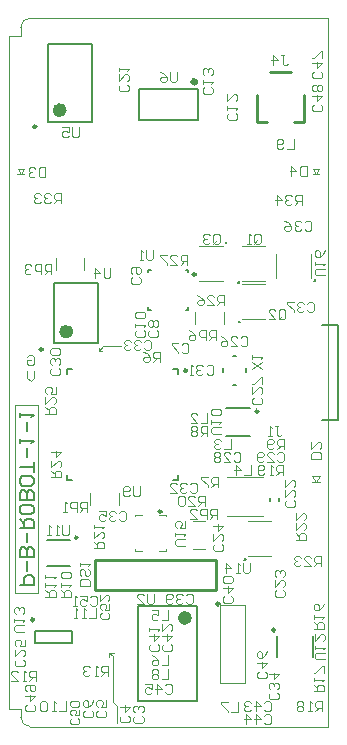
<source format=gbo>
G04*
G04 #@! TF.GenerationSoftware,Altium Limited,Altium Designer,20.2.6 (244)*
G04*
G04 Layer_Color=32896*
%FSLAX44Y44*%
%MOMM*%
G71*
G04*
G04 #@! TF.SameCoordinates,2E3406EB-8CA3-48A4-8E0D-F2ADFDB7BFFD*
G04*
G04*
G04 #@! TF.FilePolarity,Positive*
G04*
G01*
G75*
%ADD10C,0.5000*%
%ADD11C,0.2540*%
%ADD12C,0.2000*%
%ADD13C,0.1000*%
%ADD15C,0.1200*%
%ADD62C,0.6000*%
%ADD104C,0.2500*%
%ADD139C,0.2400*%
%ADD140C,0.1700*%
%ADD141C,0.1150*%
D10*
X158000Y546000D02*
G03*
X158000Y546000I-1000J0D01*
G01*
D11*
X195059Y342500D02*
G03*
X195059Y342500I-559J0D01*
G01*
X194559Y376000D02*
G03*
X194559Y376000I-559J0D01*
G01*
X184059Y409500D02*
G03*
X184059Y409500I-559J0D01*
G01*
X259059Y377500D02*
G03*
X259059Y377500I-559J0D01*
G01*
X211300Y267000D02*
G03*
X211300Y267000I-1300J0D01*
G01*
X225490Y81970D02*
G03*
X225490Y81970I-1270J0D01*
G01*
X58000Y160000D02*
G03*
X58000Y160000I-1000J0D01*
G01*
X200259Y141579D02*
G03*
X200259Y141579I-559J0D01*
G01*
X241500Y512000D02*
X250000D01*
X210000D02*
X218500D01*
X250000D02*
Y535000D01*
X221000Y554000D02*
X239000D01*
X210000Y512000D02*
Y535000D01*
X73200Y115300D02*
X175562D01*
Y140700D01*
X73200D02*
X175562D01*
X73200Y115300D02*
Y140700D01*
D12*
X150000Y353000D02*
X152000D01*
Y355000D01*
X118000Y353000D02*
X120000D01*
X118000D02*
Y355000D01*
Y385000D02*
Y387000D01*
X120000D01*
X150000D02*
X152000D01*
Y385000D02*
Y387000D01*
X109000Y22000D02*
X159000D01*
X109000Y102000D02*
X159000D01*
X109000Y22000D02*
Y102000D01*
X159000Y22000D02*
Y102000D01*
X38500Y375500D02*
X75500D01*
X38500Y324500D02*
X75500D01*
Y375500D01*
X38500Y324500D02*
Y375500D01*
X184000Y270000D02*
X204000D01*
X184000Y246000D02*
X204000D01*
X265500Y259750D02*
X278700D01*
X265500Y340250D02*
X278700D01*
Y259750D02*
Y340250D01*
X33000Y578000D02*
X70000D01*
X33000Y512000D02*
X70000D01*
Y578000D01*
X33000Y512000D02*
Y578000D01*
X110000Y540000D02*
X160000D01*
X110000Y514000D02*
Y540000D01*
Y514000D02*
X160000D01*
Y540000D01*
X22500Y71250D02*
X53500D01*
X22500Y81250D02*
X53500D01*
Y71250D02*
Y81250D01*
X22500Y71250D02*
Y81250D01*
X226760Y59110D02*
Y76890D01*
X257240Y59110D02*
Y76890D01*
X32000Y136000D02*
X52000D01*
X32000Y158000D02*
X52000D01*
X142900Y298750D02*
Y302900D01*
X138750D02*
X142900D01*
X49100D02*
X53250D01*
X49100Y298750D02*
Y302900D01*
Y209100D02*
Y213250D01*
Y209100D02*
X53250D01*
X142900D02*
Y213250D01*
X138750Y209100D02*
X142900D01*
X228750Y191000D02*
Y194000D01*
X221250Y191000D02*
Y194000D01*
X201000Y300000D02*
Y304000D01*
X190000Y314000D02*
X192000D01*
X181000Y300000D02*
Y304000D01*
X190000Y289500D02*
X192000D01*
D13*
X85000Y62500D02*
X88750D01*
X85000Y58750D02*
Y62500D01*
X88000Y59500D01*
Y21000D02*
Y59500D01*
Y21000D02*
X91500Y17500D01*
Y3250D02*
Y17500D01*
X5000Y113000D02*
Y272000D01*
X25000D01*
Y113000D02*
Y272000D01*
X5000Y113000D02*
X25000D01*
X200000Y37000D02*
Y103000D01*
X179000Y37000D02*
X200000D01*
X179000D02*
Y103000D01*
X200000D01*
X257500Y471750D02*
X262500D01*
X257375D02*
X260000Y468250D01*
X262625Y471750D01*
X257250Y468250D02*
X262750D01*
X7500Y471750D02*
X12500D01*
X7375D02*
X10000Y468250D01*
X12625Y471750D01*
X7250Y468250D02*
X12750D01*
X64000Y387000D02*
Y397000D01*
X40000Y387000D02*
Y397000D01*
X197000Y375000D02*
X217000D01*
X197000Y345000D02*
X217000D01*
X76000Y318000D02*
X79000D01*
X76000D02*
Y321000D01*
Y318000D02*
Y321000D01*
Y318000D02*
X80000Y322000D01*
X95000D01*
X197000Y407000D02*
X217000D01*
X197000Y377000D02*
X217000D01*
X161000D02*
X181000D01*
X161000Y407000D02*
X181000D01*
X182000Y341000D02*
Y351000D01*
X158000Y341000D02*
Y351000D01*
X226000Y380000D02*
Y400000D01*
X256000Y380000D02*
Y400000D01*
X69000Y188000D02*
Y198000D01*
X93000Y188000D02*
Y198000D01*
X127000Y179500D02*
X133000D01*
Y178000D02*
Y179500D01*
X107000Y148500D02*
Y150000D01*
Y148500D02*
X113000D01*
X127000D02*
X133000D01*
Y150000D01*
X107000Y178000D02*
Y179500D01*
X113000D01*
X256250Y207500D02*
X263750D01*
X256250Y212500D02*
X263750D01*
X260000Y207500D02*
X263750Y212500D01*
X256250D02*
X260000Y207500D01*
X184760Y178490D02*
X215240D01*
X184760Y211510D02*
X215240D01*
X202200Y144079D02*
X222200D01*
X202200Y174079D02*
X222200D01*
X156000Y150000D02*
X166000D01*
X156000Y174000D02*
X166000D01*
X10000Y8000D02*
G03*
X18000Y0I8000J0D01*
G01*
Y600000D02*
G03*
X10000Y592000I0J-8000D01*
G01*
Y8000D02*
Y15000D01*
X18000Y-0D02*
X270000Y0D01*
X10000Y585000D02*
Y592000D01*
X18000Y600000D02*
X270000D01*
X-0Y585000D02*
X-0Y15000D01*
X0Y585000D02*
X10000D01*
X0Y15000D02*
X10000D01*
X270000Y0D02*
Y330000D01*
Y600000D01*
D15*
X21250Y300747D02*
Y295082D01*
X18418Y292250D01*
X15585Y295082D01*
Y300747D01*
Y313081D02*
X17001Y314497D01*
X19834D01*
X21250Y313081D01*
Y307416D01*
X19834Y306000D01*
X17001D01*
X15585Y307416D01*
Y310249D01*
X18418D01*
X73500Y100247D02*
Y91750D01*
X67835D01*
X65003D02*
X62170D01*
X63587D01*
Y100247D01*
X65003Y98831D01*
X57922Y91750D02*
X55089D01*
X56505D01*
Y100247D01*
X57922Y98831D01*
X48000Y21497D02*
Y13000D01*
X42335D01*
X39503D02*
X36670D01*
X38087D01*
Y21497D01*
X39503Y20081D01*
X32422D02*
X31005Y21497D01*
X28173D01*
X26757Y20081D01*
Y14416D01*
X28173Y13000D01*
X31005D01*
X32422Y14416D01*
Y20081D01*
X68835Y109581D02*
X70251Y110997D01*
X73084D01*
X74500Y109581D01*
Y103916D01*
X73084Y102500D01*
X70251D01*
X68835Y103916D01*
X60338Y110997D02*
X66003D01*
Y106749D01*
X63170Y108165D01*
X61754D01*
X60338Y106749D01*
Y103916D01*
X61754Y102500D01*
X64587D01*
X66003Y103916D01*
X57505Y102500D02*
X54673D01*
X56089D01*
Y110997D01*
X57505Y109581D01*
X21081Y18665D02*
X22497Y17249D01*
Y14416D01*
X21081Y13000D01*
X15416D01*
X14000Y14416D01*
Y17249D01*
X15416Y18665D01*
X14000Y25746D02*
X22497D01*
X18249Y21497D01*
Y27162D01*
X15416Y29994D02*
X14000Y31411D01*
Y34243D01*
X15416Y35659D01*
X21081D01*
X22497Y34243D01*
Y31411D01*
X21081Y29994D01*
X19665D01*
X18249Y31411D01*
Y35659D01*
X241000Y497497D02*
Y489000D01*
X235335D01*
X232503Y490416D02*
X231087Y489000D01*
X228254D01*
X226838Y490416D01*
Y496081D01*
X228254Y497497D01*
X231087D01*
X232503Y496081D01*
Y494665D01*
X231087Y493249D01*
X226838D01*
X135000Y48497D02*
Y40000D01*
X129335D01*
X126503Y47081D02*
X125086Y48497D01*
X122254D01*
X120838Y47081D01*
Y45665D01*
X122254Y44249D01*
X120838Y42832D01*
Y41416D01*
X122254Y40000D01*
X125086D01*
X126503Y41416D01*
Y42832D01*
X125086Y44249D01*
X126503Y45665D01*
Y47081D01*
X125086Y44249D02*
X122254D01*
X194000Y20497D02*
Y12000D01*
X188335D01*
X185503Y20497D02*
X179838D01*
Y19081D01*
X185503Y13416D01*
Y12000D01*
X135000Y60497D02*
Y52000D01*
X129335D01*
X120838Y60497D02*
X123670Y59081D01*
X126503Y56249D01*
Y53416D01*
X125086Y52000D01*
X122254D01*
X120838Y53416D01*
Y54832D01*
X122254Y56249D01*
X126503D01*
X135000Y98497D02*
Y90000D01*
X129335D01*
X120838Y98497D02*
X126503D01*
Y94249D01*
X123670Y95665D01*
X122254D01*
X120838Y94249D01*
Y91416D01*
X122254Y90000D01*
X125086D01*
X126503Y91416D01*
X264081Y526665D02*
X265497Y525249D01*
Y522416D01*
X264081Y521000D01*
X258416D01*
X257000Y522416D01*
Y525249D01*
X258416Y526665D01*
X257000Y533746D02*
X265497D01*
X261249Y529497D01*
Y535162D01*
X264081Y537994D02*
X265497Y539411D01*
Y542243D01*
X264081Y543659D01*
X262665D01*
X261249Y542243D01*
X259832Y543659D01*
X258416D01*
X257000Y542243D01*
Y539411D01*
X258416Y537994D01*
X259832D01*
X261249Y539411D01*
X262665Y537994D01*
X264081D01*
X261249Y539411D02*
Y542243D01*
X264081Y554665D02*
X265497Y553249D01*
Y550416D01*
X264081Y549000D01*
X258416D01*
X257000Y550416D01*
Y553249D01*
X258416Y554665D01*
X257000Y561746D02*
X265497D01*
X261249Y557497D01*
Y563162D01*
X265497Y565994D02*
Y571659D01*
X264081D01*
X258416Y565994D01*
X257000D01*
X217081Y46665D02*
X218497Y45249D01*
Y42416D01*
X217081Y41000D01*
X211416D01*
X210000Y42416D01*
Y45249D01*
X211416Y46665D01*
X210000Y53746D02*
X218497D01*
X214249Y49497D01*
Y55162D01*
X218497Y63659D02*
X217081Y60827D01*
X214249Y57994D01*
X211416D01*
X210000Y59411D01*
Y62243D01*
X211416Y63659D01*
X212832D01*
X214249Y62243D01*
Y57994D01*
X132335Y35081D02*
X133751Y36497D01*
X136584D01*
X138000Y35081D01*
Y29416D01*
X136584Y28000D01*
X133751D01*
X132335Y29416D01*
X125254Y28000D02*
Y36497D01*
X129503Y32249D01*
X123838D01*
X115341Y36497D02*
X121005D01*
Y32249D01*
X118173Y33665D01*
X116757D01*
X115341Y32249D01*
Y29416D01*
X116757Y28000D01*
X119589D01*
X121005Y29416D01*
X216335Y9081D02*
X217751Y10497D01*
X220584D01*
X222000Y9081D01*
Y3416D01*
X220584Y2000D01*
X217751D01*
X216335Y3416D01*
X209254Y2000D02*
Y10497D01*
X213503Y6249D01*
X207838D01*
X200757Y2000D02*
Y10497D01*
X205005Y6249D01*
X199341D01*
X216335Y20081D02*
X217751Y21497D01*
X220584D01*
X222000Y20081D01*
Y14416D01*
X220584Y13000D01*
X217751D01*
X216335Y14416D01*
X209254Y13000D02*
Y21497D01*
X213503Y17249D01*
X207838D01*
X205005Y20081D02*
X203589Y21497D01*
X200757D01*
X199341Y20081D01*
Y18665D01*
X200757Y17249D01*
X202173D01*
X200757D01*
X199341Y15832D01*
Y14416D01*
X200757Y13000D01*
X203589D01*
X205005Y14416D01*
X137081Y69665D02*
X138497Y68249D01*
Y65416D01*
X137081Y64000D01*
X131416D01*
X130000Y65416D01*
Y68249D01*
X131416Y69665D01*
X130000Y76746D02*
X138497D01*
X134249Y72497D01*
Y78162D01*
X130000Y86659D02*
Y80995D01*
X135665Y86659D01*
X137081D01*
X138497Y85243D01*
Y82411D01*
X137081Y80995D01*
X126081Y69665D02*
X127497Y68249D01*
Y65416D01*
X126081Y64000D01*
X120416D01*
X119000Y65416D01*
Y68249D01*
X120416Y69665D01*
X119000Y76746D02*
X127497D01*
X123249Y72497D01*
Y78162D01*
X119000Y80995D02*
Y83827D01*
Y82411D01*
X127497D01*
X126081Y80995D01*
X188081Y110665D02*
X189497Y109249D01*
Y106416D01*
X188081Y105000D01*
X182416D01*
X181000Y106416D01*
Y109249D01*
X182416Y110665D01*
X181000Y117746D02*
X189497D01*
X185249Y113497D01*
Y119162D01*
X188081Y121994D02*
X189497Y123411D01*
Y126243D01*
X188081Y127659D01*
X182416D01*
X181000Y126243D01*
Y123411D01*
X182416Y121994D01*
X188081D01*
X150335Y111081D02*
X151751Y112497D01*
X154584D01*
X156000Y111081D01*
Y105416D01*
X154584Y104000D01*
X151751D01*
X150335Y105416D01*
X147503Y111081D02*
X146087Y112497D01*
X143254D01*
X141838Y111081D01*
Y109665D01*
X143254Y108249D01*
X144670D01*
X143254D01*
X141838Y106832D01*
Y105416D01*
X143254Y104000D01*
X146087D01*
X147503Y105416D01*
X139005D02*
X137589Y104000D01*
X134757D01*
X133341Y105416D01*
Y111081D01*
X134757Y112497D01*
X137589D01*
X139005Y111081D01*
Y109665D01*
X137589Y108249D01*
X133341D01*
X248000Y442000D02*
Y450497D01*
X243751D01*
X242335Y449081D01*
Y446249D01*
X243751Y444832D01*
X248000D01*
X245168D02*
X242335Y442000D01*
X239503Y449081D02*
X238086Y450497D01*
X235254D01*
X233838Y449081D01*
Y447665D01*
X235254Y446249D01*
X236670D01*
X235254D01*
X233838Y444832D01*
Y443416D01*
X235254Y442000D01*
X238086D01*
X239503Y443416D01*
X226757Y442000D02*
Y450497D01*
X231005Y446249D01*
X225341D01*
X44000Y443000D02*
Y451497D01*
X39751D01*
X38335Y450081D01*
Y447249D01*
X39751Y445832D01*
X44000D01*
X41168D02*
X38335Y443000D01*
X35503Y450081D02*
X34086Y451497D01*
X31254D01*
X29838Y450081D01*
Y448665D01*
X31254Y447249D01*
X32670D01*
X31254D01*
X29838Y445832D01*
Y444416D01*
X31254Y443000D01*
X34086D01*
X35503Y444416D01*
X27006Y450081D02*
X25589Y451497D01*
X22757D01*
X21341Y450081D01*
Y448665D01*
X22757Y447249D01*
X24173D01*
X22757D01*
X21341Y445832D01*
Y444416D01*
X22757Y443000D01*
X25589D01*
X27006Y444416D01*
X252000Y474497D02*
Y466000D01*
X247751D01*
X246335Y467416D01*
Y473081D01*
X247751Y474497D01*
X252000D01*
X239254Y466000D02*
Y474497D01*
X243503Y470249D01*
X237838D01*
X31000Y473497D02*
Y465000D01*
X26751D01*
X25335Y466416D01*
Y472081D01*
X26751Y473497D01*
X31000D01*
X22503Y472081D02*
X21086Y473497D01*
X18254D01*
X16838Y472081D01*
Y470665D01*
X18254Y469249D01*
X19670D01*
X18254D01*
X16838Y467832D01*
Y466416D01*
X18254Y465000D01*
X21086D01*
X22503Y466416D01*
X175000Y327000D02*
Y335497D01*
X170751D01*
X169335Y334081D01*
Y331249D01*
X170751Y329832D01*
X175000D01*
X172168D02*
X169335Y327000D01*
X166503D02*
Y335497D01*
X162254D01*
X160838Y334081D01*
Y331249D01*
X162254Y329832D01*
X166503D01*
X152341Y335497D02*
X155173Y334081D01*
X158006Y331249D01*
Y328416D01*
X156589Y327000D01*
X153757D01*
X152341Y328416D01*
Y329832D01*
X153757Y331249D01*
X158006D01*
X151000Y391000D02*
Y399497D01*
X146751D01*
X145335Y398081D01*
Y395249D01*
X146751Y393832D01*
X151000D01*
X148168D02*
X145335Y391000D01*
X136838D02*
X142503D01*
X136838Y396665D01*
Y398081D01*
X138254Y399497D01*
X141087D01*
X142503Y398081D01*
X134005Y399497D02*
X128341D01*
Y398081D01*
X134005Y392416D01*
Y391000D01*
X182000Y357000D02*
Y365497D01*
X177751D01*
X176335Y364081D01*
Y361249D01*
X177751Y359832D01*
X182000D01*
X179168D02*
X176335Y357000D01*
X167838D02*
X173503D01*
X167838Y362665D01*
Y364081D01*
X169254Y365497D01*
X172087D01*
X173503Y364081D01*
X159341Y365497D02*
X162173Y364081D01*
X165005Y361249D01*
Y358416D01*
X163589Y357000D01*
X160757D01*
X159341Y358416D01*
Y359832D01*
X160757Y361249D01*
X165005D01*
X267497Y382000D02*
X260416D01*
X259000Y383416D01*
Y386249D01*
X260416Y387665D01*
X267497D01*
X259000Y390497D02*
Y393330D01*
Y391913D01*
X267497D01*
X266081Y390497D01*
X267497Y403243D02*
X266081Y400411D01*
X263249Y397578D01*
X260416D01*
X259000Y398994D01*
Y401827D01*
X260416Y403243D01*
X261832D01*
X263249Y401827D01*
Y397578D01*
X173085Y410416D02*
Y416081D01*
X174501Y417497D01*
X177334D01*
X178750Y416081D01*
Y410416D01*
X177334Y409000D01*
X174501D01*
X175918Y411832D02*
X173085Y409000D01*
X174501D02*
X173085Y410416D01*
X170253Y416081D02*
X168836Y417497D01*
X166004D01*
X164588Y416081D01*
Y414665D01*
X166004Y413249D01*
X167420D01*
X166004D01*
X164588Y411832D01*
Y410416D01*
X166004Y409000D01*
X168836D01*
X170253Y410416D01*
X228335Y346416D02*
Y352081D01*
X229751Y353497D01*
X232584D01*
X234000Y352081D01*
Y346416D01*
X232584Y345000D01*
X229751D01*
X231168Y347832D02*
X228335Y345000D01*
X229751D02*
X228335Y346416D01*
X219838Y345000D02*
X225503D01*
X219838Y350665D01*
Y352081D01*
X221254Y353497D01*
X224086D01*
X225503Y352081D01*
X207585Y410416D02*
Y416081D01*
X209001Y417497D01*
X211834D01*
X213250Y416081D01*
Y410416D01*
X211834Y409000D01*
X209001D01*
X210418Y411832D02*
X207585Y409000D01*
X209001D02*
X207585Y410416D01*
X204753Y409000D02*
X201920D01*
X203337D01*
Y417497D01*
X204753Y416081D01*
X252335Y358081D02*
X253751Y359497D01*
X256584D01*
X258000Y358081D01*
Y352416D01*
X256584Y351000D01*
X253751D01*
X252335Y352416D01*
X249503Y358081D02*
X248086Y359497D01*
X245254D01*
X243838Y358081D01*
Y356665D01*
X245254Y355249D01*
X246670D01*
X245254D01*
X243838Y353832D01*
Y352416D01*
X245254Y351000D01*
X248086D01*
X249503Y352416D01*
X241005Y359497D02*
X235341D01*
Y358081D01*
X241005Y352416D01*
Y351000D01*
X250335Y427081D02*
X251751Y428497D01*
X254584D01*
X256000Y427081D01*
Y421416D01*
X254584Y420000D01*
X251751D01*
X250335Y421416D01*
X247503Y427081D02*
X246087Y428497D01*
X243254D01*
X241838Y427081D01*
Y425665D01*
X243254Y424249D01*
X244670D01*
X243254D01*
X241838Y422832D01*
Y421416D01*
X243254Y420000D01*
X246087D01*
X247503Y421416D01*
X233341Y428497D02*
X236173Y427081D01*
X239006Y424249D01*
Y421416D01*
X237589Y420000D01*
X234757D01*
X233341Y421416D01*
Y422832D01*
X234757Y424249D01*
X239006D01*
X86000Y388497D02*
Y381416D01*
X84584Y380000D01*
X81751D01*
X80335Y381416D01*
Y388497D01*
X73254Y380000D02*
Y388497D01*
X77503Y384249D01*
X71838D01*
X179497Y248000D02*
X172416D01*
X171000Y249416D01*
Y252249D01*
X172416Y253665D01*
X179497D01*
X171000Y256497D02*
Y259330D01*
Y257913D01*
X179497D01*
X178081Y256497D01*
Y263578D02*
X179497Y264995D01*
Y267827D01*
X178081Y269243D01*
X172416D01*
X171000Y267827D01*
Y264995D01*
X172416Y263578D01*
X178081D01*
X230335Y568497D02*
X233168D01*
X231751D01*
Y561416D01*
X233168Y560000D01*
X234584D01*
X236000Y561416D01*
X223254Y560000D02*
Y568497D01*
X227503Y564249D01*
X221838D01*
X68497Y119000D02*
X60000D01*
Y123249D01*
X61416Y124665D01*
X67081D01*
X68497Y123249D01*
Y119000D01*
X67081Y133162D02*
X68497Y131746D01*
Y128913D01*
X67081Y127497D01*
X65665D01*
X64249Y128913D01*
Y131746D01*
X62832Y133162D01*
X61416D01*
X60000Y131746D01*
Y128913D01*
X61416Y127497D01*
X60000Y135995D02*
Y138827D01*
Y137411D01*
X68497D01*
X67081Y135995D01*
X214497Y303000D02*
X206000Y308665D01*
X214497D02*
X206000Y303000D01*
Y311497D02*
Y314330D01*
Y312913D01*
X214497D01*
X213081Y311497D01*
X36000Y383000D02*
Y391497D01*
X31751D01*
X30335Y390081D01*
Y387249D01*
X31751Y385832D01*
X36000D01*
X33168D02*
X30335Y383000D01*
X27503D02*
Y391497D01*
X23254D01*
X21838Y390081D01*
Y387249D01*
X23254Y385832D01*
X27503D01*
X19006Y390081D02*
X17589Y391497D01*
X14757D01*
X13341Y390081D01*
Y388665D01*
X14757Y387249D01*
X16173D01*
X14757D01*
X13341Y385832D01*
Y384416D01*
X14757Y383000D01*
X17589D01*
X19006Y384416D01*
X31000Y265000D02*
X39497D01*
Y269249D01*
X38081Y270665D01*
X35249D01*
X33832Y269249D01*
Y265000D01*
Y267832D02*
X31000Y270665D01*
Y279162D02*
Y273497D01*
X36665Y279162D01*
X38081D01*
X39497Y277746D01*
Y274914D01*
X38081Y273497D01*
X39497Y287659D02*
Y281994D01*
X35249D01*
X36665Y284827D01*
Y286243D01*
X35249Y287659D01*
X32416D01*
X31000Y286243D01*
Y283411D01*
X32416Y281994D01*
X176000Y176000D02*
Y184497D01*
X171751D01*
X170335Y183081D01*
Y180249D01*
X171751Y178832D01*
X176000D01*
X173168D02*
X170335Y176000D01*
X167503D02*
Y184497D01*
X163254D01*
X161838Y183081D01*
Y180249D01*
X163254Y178832D01*
X167503D01*
X153341Y176000D02*
X159005D01*
X153341Y181665D01*
Y183081D01*
X154757Y184497D01*
X157589D01*
X159005Y183081D01*
X66000Y182000D02*
Y190497D01*
X61751D01*
X60335Y189081D01*
Y186249D01*
X61751Y184832D01*
X66000D01*
X63168D02*
X60335Y182000D01*
X57503D02*
Y190497D01*
X53254D01*
X51838Y189081D01*
Y186249D01*
X53254Y184832D01*
X57503D01*
X49005Y182000D02*
X46173D01*
X47589D01*
Y190497D01*
X49005Y189081D01*
X149497Y153000D02*
X142416D01*
X141000Y154416D01*
Y157249D01*
X142416Y158665D01*
X149497D01*
X141000Y161497D02*
Y164330D01*
Y162913D01*
X149497D01*
X148081Y161497D01*
X149497Y174243D02*
Y168578D01*
X145249D01*
X146665Y171411D01*
Y172827D01*
X145249Y174243D01*
X142416D01*
X141000Y172827D01*
Y169995D01*
X142416Y168578D01*
X51000Y170497D02*
Y163416D01*
X49584Y162000D01*
X46751D01*
X45335Y163416D01*
Y170497D01*
X42503Y162000D02*
X39670D01*
X41087D01*
Y170497D01*
X42503Y169081D01*
X35422Y162000D02*
X32589D01*
X34005D01*
Y170497D01*
X35422Y169081D01*
X111000Y203497D02*
Y196416D01*
X109584Y195000D01*
X106751D01*
X105335Y196416D01*
Y203497D01*
X102503Y196416D02*
X101087Y195000D01*
X98254D01*
X96838Y196416D01*
Y202081D01*
X98254Y203497D01*
X101087D01*
X102503Y202081D01*
Y200665D01*
X101087Y199249D01*
X96838D01*
X12997Y80000D02*
X5916D01*
X4500Y81416D01*
Y84249D01*
X5916Y85665D01*
X12997D01*
X4500Y88497D02*
Y91330D01*
Y89914D01*
X12997D01*
X11581Y88497D01*
Y95578D02*
X12997Y96994D01*
Y99827D01*
X11581Y101243D01*
X10165D01*
X8749Y99827D01*
Y98411D01*
Y99827D01*
X7332Y101243D01*
X5916D01*
X4500Y99827D01*
Y96994D01*
X5916Y95578D01*
X267497Y57000D02*
X260416D01*
X259000Y58416D01*
Y61249D01*
X260416Y62665D01*
X267497D01*
X259000Y65497D02*
Y68330D01*
Y66913D01*
X267497D01*
X266081Y65497D01*
X259000Y78243D02*
Y72578D01*
X264665Y78243D01*
X266081D01*
X267497Y76827D01*
Y73994D01*
X266081Y72578D01*
X204000Y138497D02*
Y131416D01*
X202584Y130000D01*
X199751D01*
X198335Y131416D01*
Y138497D01*
X195503Y130000D02*
X192670D01*
X194086D01*
Y138497D01*
X195503Y137081D01*
X184173Y130000D02*
Y138497D01*
X188422Y134249D01*
X182757D01*
X142000Y554497D02*
Y547416D01*
X140584Y546000D01*
X137751D01*
X136335Y547416D01*
Y554497D01*
X127838D02*
X130670Y553081D01*
X133503Y550249D01*
Y547416D01*
X132086Y546000D01*
X129254D01*
X127838Y547416D01*
Y548832D01*
X129254Y550249D01*
X133503D01*
X59000Y507497D02*
Y500416D01*
X57584Y499000D01*
X54751D01*
X53335Y500416D01*
Y507497D01*
X44838D02*
X50503D01*
Y503249D01*
X47670Y504665D01*
X46254D01*
X44838Y503249D01*
Y500416D01*
X46254Y499000D01*
X49086D01*
X50503Y500416D01*
X123000Y112497D02*
Y105416D01*
X121584Y104000D01*
X118751D01*
X117335Y105416D01*
Y112497D01*
X108838Y104000D02*
X114503D01*
X108838Y109665D01*
Y111081D01*
X110254Y112497D01*
X113087D01*
X114503Y111081D01*
X122000Y403497D02*
Y396416D01*
X120584Y395000D01*
X117751D01*
X116335Y396416D01*
Y403497D01*
X113503Y395000D02*
X110670D01*
X112086D01*
Y403497D01*
X113503Y402081D01*
X36000Y211000D02*
X44497D01*
Y215249D01*
X43081Y216665D01*
X40249D01*
X38832Y215249D01*
Y211000D01*
Y213832D02*
X36000Y216665D01*
Y225162D02*
Y219497D01*
X41665Y225162D01*
X43081D01*
X44497Y223746D01*
Y220914D01*
X43081Y219497D01*
X36000Y232243D02*
X44497D01*
X40249Y227994D01*
Y233659D01*
X72000Y151000D02*
X80497D01*
Y155249D01*
X79081Y156665D01*
X76249D01*
X74832Y155249D01*
Y151000D01*
Y153832D02*
X72000Y156665D01*
Y165162D02*
Y159497D01*
X77665Y165162D01*
X79081D01*
X80497Y163746D01*
Y160914D01*
X79081Y159497D01*
X72000Y167994D02*
Y170827D01*
Y169411D01*
X80497D01*
X79081Y167994D01*
X166000Y187000D02*
Y195497D01*
X161751D01*
X160335Y194081D01*
Y191249D01*
X161751Y189832D01*
X166000D01*
X163168D02*
X160335Y187000D01*
X151838D02*
X157503D01*
X151838Y192665D01*
Y194081D01*
X153254Y195497D01*
X156087D01*
X157503Y194081D01*
X149005D02*
X147589Y195497D01*
X144757D01*
X143341Y194081D01*
Y188416D01*
X144757Y187000D01*
X147589D01*
X149005Y188416D01*
Y194081D01*
X177000Y203000D02*
Y211497D01*
X172751D01*
X171335Y210081D01*
Y207249D01*
X172751Y205832D01*
X177000D01*
X174168D02*
X171335Y203000D01*
X168503Y211497D02*
X162838D01*
Y210081D01*
X168503Y204416D01*
Y203000D01*
X168000Y246000D02*
Y254497D01*
X163751D01*
X162335Y253081D01*
Y250249D01*
X163751Y248832D01*
X168000D01*
X165168D02*
X162335Y246000D01*
X159503Y253081D02*
X158087Y254497D01*
X155254D01*
X153838Y253081D01*
Y251665D01*
X155254Y250249D01*
X153838Y248832D01*
Y247416D01*
X155254Y246000D01*
X158087D01*
X159503Y247416D01*
Y248832D01*
X158087Y250249D01*
X159503Y251665D01*
Y253081D01*
X158087Y250249D02*
X155254D01*
X84000Y43250D02*
Y51747D01*
X79751D01*
X78335Y50331D01*
Y47499D01*
X79751Y46082D01*
X84000D01*
X81168D02*
X78335Y43250D01*
X75503D02*
X72670D01*
X74086D01*
Y51747D01*
X75503Y50331D01*
X68422D02*
X67006Y51747D01*
X64173D01*
X62757Y50331D01*
Y48915D01*
X64173Y47499D01*
X65589D01*
X64173D01*
X62757Y46082D01*
Y44666D01*
X64173Y43250D01*
X67006D01*
X68422Y44666D01*
X23000Y39000D02*
Y47497D01*
X18751D01*
X17335Y46081D01*
Y43249D01*
X18751Y41832D01*
X23000D01*
X20168D02*
X17335Y39000D01*
X14503D02*
X11670D01*
X13087D01*
Y47497D01*
X14503Y46081D01*
X1757Y39000D02*
X7422D01*
X1757Y44665D01*
Y46081D01*
X3173Y47497D01*
X6005D01*
X7422Y46081D01*
X31000Y110000D02*
X39497D01*
Y114249D01*
X38081Y115665D01*
X35249D01*
X33832Y114249D01*
Y110000D01*
Y112832D02*
X31000Y115665D01*
Y118497D02*
Y121330D01*
Y119914D01*
X39497D01*
X38081Y118497D01*
X31000Y125578D02*
Y128411D01*
Y126994D01*
X39497D01*
X38081Y125578D01*
X44000Y110000D02*
X52497D01*
Y114249D01*
X51081Y115665D01*
X48249D01*
X46832Y114249D01*
Y110000D01*
Y112832D02*
X44000Y115665D01*
Y118497D02*
Y121330D01*
Y119914D01*
X52497D01*
X51081Y118497D01*
Y125578D02*
X52497Y126994D01*
Y129827D01*
X51081Y131243D01*
X45416D01*
X44000Y129827D01*
Y126994D01*
X45416Y125578D01*
X51081D01*
X233000Y235000D02*
Y243497D01*
X228751D01*
X227335Y242081D01*
Y239249D01*
X228751Y237832D01*
X233000D01*
X230168D02*
X227335Y235000D01*
X224503Y236416D02*
X223086Y235000D01*
X220254D01*
X218838Y236416D01*
Y242081D01*
X220254Y243497D01*
X223086D01*
X224503Y242081D01*
Y240665D01*
X223086Y239249D01*
X218838D01*
X232000Y213000D02*
Y221497D01*
X227751D01*
X226335Y220081D01*
Y217249D01*
X227751Y215832D01*
X232000D01*
X229168D02*
X226335Y213000D01*
X223503D02*
X220670D01*
X222087D01*
Y221497D01*
X223503Y220081D01*
X216422Y214416D02*
X215005Y213000D01*
X212173D01*
X210757Y214416D01*
Y220081D01*
X212173Y221497D01*
X215005D01*
X216422Y220081D01*
Y218665D01*
X215005Y217249D01*
X210757D01*
X258000Y30000D02*
X266497D01*
Y34249D01*
X265081Y35665D01*
X262249D01*
X260832Y34249D01*
Y30000D01*
Y32832D02*
X258000Y35665D01*
Y38497D02*
Y41330D01*
Y39913D01*
X266497D01*
X265081Y38497D01*
X266497Y45578D02*
Y51243D01*
X265081D01*
X259416Y45578D01*
X258000D01*
Y83000D02*
X266497D01*
Y87249D01*
X265081Y88665D01*
X262249D01*
X260832Y87249D01*
Y83000D01*
Y85832D02*
X258000Y88665D01*
Y91497D02*
Y94330D01*
Y92914D01*
X266497D01*
X265081Y91497D01*
X266497Y104243D02*
X265081Y101411D01*
X262249Y98578D01*
X259416D01*
X258000Y99994D01*
Y102827D01*
X259416Y104243D01*
X260832D01*
X262249Y102827D01*
Y98578D01*
X265000Y13000D02*
Y21497D01*
X260751D01*
X259335Y20081D01*
Y17249D01*
X260751Y15832D01*
X265000D01*
X262168D02*
X259335Y13000D01*
X256503D02*
X253670D01*
X255086D01*
Y21497D01*
X256503Y20081D01*
X249422D02*
X248006Y21497D01*
X245173D01*
X243757Y20081D01*
Y18665D01*
X245173Y17249D01*
X243757Y15832D01*
Y14416D01*
X245173Y13000D01*
X248006D01*
X249422Y14416D01*
Y15832D01*
X248006Y17249D01*
X249422Y18665D01*
Y20081D01*
X248006Y17249D02*
X245173D01*
X128000Y309000D02*
Y317497D01*
X123751D01*
X122335Y316081D01*
Y313249D01*
X123751Y311832D01*
X128000D01*
X125168D02*
X122335Y309000D01*
X113838Y317497D02*
X116670Y316081D01*
X119503Y313249D01*
Y310416D01*
X118087Y309000D01*
X115254D01*
X113838Y310416D01*
Y311832D01*
X115254Y313249D01*
X119503D01*
X264000Y136000D02*
Y144497D01*
X259751D01*
X258335Y143081D01*
Y140249D01*
X259751Y138832D01*
X264000D01*
X261168D02*
X258335Y136000D01*
X249838D02*
X255503D01*
X249838Y141665D01*
Y143081D01*
X251254Y144497D01*
X254086D01*
X255503Y143081D01*
X247006D02*
X245589Y144497D01*
X242757D01*
X241341Y143081D01*
Y141665D01*
X242757Y140249D01*
X244173D01*
X242757D01*
X241341Y138832D01*
Y137416D01*
X242757Y136000D01*
X245589D01*
X247006Y137416D01*
X243000Y158000D02*
X251497D01*
Y162249D01*
X250081Y163665D01*
X247249D01*
X245832Y162249D01*
Y158000D01*
Y160832D02*
X243000Y163665D01*
Y172162D02*
Y166497D01*
X248665Y172162D01*
X250081D01*
X251497Y170746D01*
Y167913D01*
X250081Y166497D01*
X243000Y180659D02*
Y174995D01*
X248665Y180659D01*
X250081D01*
X251497Y179243D01*
Y176411D01*
X250081Y174995D01*
X188000Y243497D02*
Y235000D01*
X182335D01*
X179503Y242081D02*
X178086Y243497D01*
X175254D01*
X173838Y242081D01*
Y240665D01*
X175254Y239249D01*
X176670D01*
X175254D01*
X173838Y237832D01*
Y236416D01*
X175254Y235000D01*
X178086D01*
X179503Y236416D01*
X168000Y265497D02*
Y257000D01*
X162335D01*
X153838D02*
X159503D01*
X153838Y262665D01*
Y264081D01*
X155254Y265497D01*
X158087D01*
X159503Y264081D01*
X205000Y221497D02*
Y213000D01*
X199335D01*
X192254D02*
Y221497D01*
X196503Y217249D01*
X190838D01*
X225335Y254497D02*
X228168D01*
X226751D01*
Y247416D01*
X228168Y246000D01*
X229584D01*
X231000Y247416D01*
X222503Y246000D02*
X219670D01*
X221087D01*
Y254497D01*
X222503Y253081D01*
X264497Y227000D02*
X256000D01*
Y231249D01*
X257416Y232665D01*
X263081D01*
X264497Y231249D01*
Y227000D01*
X256000Y241162D02*
Y235497D01*
X261665Y241162D01*
X263081D01*
X264497Y239746D01*
Y236914D01*
X263081Y235497D01*
X93335Y181081D02*
X94751Y182497D01*
X97584D01*
X99000Y181081D01*
Y175416D01*
X97584Y174000D01*
X94751D01*
X93335Y175416D01*
X90503Y181081D02*
X89087Y182497D01*
X86254D01*
X84838Y181081D01*
Y179665D01*
X86254Y178249D01*
X87670D01*
X86254D01*
X84838Y176832D01*
Y175416D01*
X86254Y174000D01*
X89087D01*
X90503Y175416D01*
X76341Y182497D02*
X82006D01*
Y178249D01*
X79173Y179665D01*
X77757D01*
X76341Y178249D01*
Y175416D01*
X77757Y174000D01*
X80589D01*
X82006Y175416D01*
X227081Y28665D02*
X228497Y27249D01*
Y24416D01*
X227081Y23000D01*
X221416D01*
X220000Y24416D01*
Y27249D01*
X221416Y28665D01*
X227081Y31497D02*
X228497Y32913D01*
Y35746D01*
X227081Y37162D01*
X225665D01*
X224249Y35746D01*
Y34330D01*
Y35746D01*
X222832Y37162D01*
X221416D01*
X220000Y35746D01*
Y32913D01*
X221416Y31497D01*
X220000Y44243D02*
X228497D01*
X224249Y39994D01*
Y45659D01*
X114335Y326081D02*
X115751Y327497D01*
X118584D01*
X120000Y326081D01*
Y320416D01*
X118584Y319000D01*
X115751D01*
X114335Y320416D01*
X111503Y326081D02*
X110086Y327497D01*
X107254D01*
X105838Y326081D01*
Y324665D01*
X107254Y323249D01*
X108670D01*
X107254D01*
X105838Y321832D01*
Y320416D01*
X107254Y319000D01*
X110086D01*
X111503Y320416D01*
X103006Y326081D02*
X101589Y327497D01*
X98757D01*
X97341Y326081D01*
Y324665D01*
X98757Y323249D01*
X100173D01*
X98757D01*
X97341Y321832D01*
Y320416D01*
X98757Y319000D01*
X101589D01*
X103006Y320416D01*
X153335Y205081D02*
X154751Y206497D01*
X157584D01*
X159000Y205081D01*
Y199416D01*
X157584Y198000D01*
X154751D01*
X153335Y199416D01*
X150503Y205081D02*
X149087Y206497D01*
X146254D01*
X144838Y205081D01*
Y203665D01*
X146254Y202249D01*
X147670D01*
X146254D01*
X144838Y200832D01*
Y199416D01*
X146254Y198000D01*
X149087D01*
X150503Y199416D01*
X136341Y198000D02*
X142006D01*
X136341Y203665D01*
Y205081D01*
X137757Y206497D01*
X140589D01*
X142006Y205081D01*
X167335Y305081D02*
X168751Y306497D01*
X171584D01*
X173000Y305081D01*
Y299416D01*
X171584Y298000D01*
X168751D01*
X167335Y299416D01*
X164503Y305081D02*
X163086Y306497D01*
X160254D01*
X158838Y305081D01*
Y303665D01*
X160254Y302249D01*
X161670D01*
X160254D01*
X158838Y300832D01*
Y299416D01*
X160254Y298000D01*
X163086D01*
X164503Y299416D01*
X156005Y298000D02*
X153173D01*
X154589D01*
Y306497D01*
X156005Y305081D01*
X42081Y303665D02*
X43497Y302249D01*
Y299416D01*
X42081Y298000D01*
X36416D01*
X35000Y299416D01*
Y302249D01*
X36416Y303665D01*
X42081Y306497D02*
X43497Y307913D01*
Y310746D01*
X42081Y312162D01*
X40665D01*
X39249Y310746D01*
Y309330D01*
Y310746D01*
X37832Y312162D01*
X36416D01*
X35000Y310746D01*
Y307913D01*
X36416Y306497D01*
X42081Y314995D02*
X43497Y316411D01*
Y319243D01*
X42081Y320659D01*
X36416D01*
X35000Y319243D01*
Y316411D01*
X36416Y314995D01*
X42081D01*
X227335Y231081D02*
X228751Y232497D01*
X231584D01*
X233000Y231081D01*
Y225416D01*
X231584Y224000D01*
X228751D01*
X227335Y225416D01*
X218838Y224000D02*
X224503D01*
X218838Y229665D01*
Y231081D01*
X220254Y232497D01*
X223086D01*
X224503Y231081D01*
X216005Y225416D02*
X214589Y224000D01*
X211757D01*
X210341Y225416D01*
Y231081D01*
X211757Y232497D01*
X214589D01*
X216005Y231081D01*
Y229665D01*
X214589Y228249D01*
X210341D01*
X190335Y231081D02*
X191751Y232497D01*
X194584D01*
X196000Y231081D01*
Y225416D01*
X194584Y224000D01*
X191751D01*
X190335Y225416D01*
X181838Y224000D02*
X187503D01*
X181838Y229665D01*
Y231081D01*
X183254Y232497D01*
X186087D01*
X187503Y231081D01*
X179006D02*
X177589Y232497D01*
X174757D01*
X173341Y231081D01*
Y229665D01*
X174757Y228249D01*
X173341Y226832D01*
Y225416D01*
X174757Y224000D01*
X177589D01*
X179006Y225416D01*
Y226832D01*
X177589Y228249D01*
X179006Y229665D01*
Y231081D01*
X177589Y228249D02*
X174757D01*
X213081Y278665D02*
X214497Y277249D01*
Y274416D01*
X213081Y273000D01*
X207416D01*
X206000Y274416D01*
Y277249D01*
X207416Y278665D01*
X206000Y287162D02*
Y281497D01*
X211665Y287162D01*
X213081D01*
X214497Y285746D01*
Y282913D01*
X213081Y281497D01*
X214497Y289995D02*
Y295659D01*
X213081D01*
X207416Y289995D01*
X206000D01*
X196335Y329081D02*
X197751Y330497D01*
X200584D01*
X202000Y329081D01*
Y323416D01*
X200584Y322000D01*
X197751D01*
X196335Y323416D01*
X187838Y322000D02*
X193503D01*
X187838Y327665D01*
Y329081D01*
X189254Y330497D01*
X192087D01*
X193503Y329081D01*
X179341Y330497D02*
X182173Y329081D01*
X185005Y326249D01*
Y323416D01*
X183589Y322000D01*
X180757D01*
X179341Y323416D01*
Y324832D01*
X180757Y326249D01*
X185005D01*
X12081Y56665D02*
X13497Y55249D01*
Y52416D01*
X12081Y51000D01*
X6416D01*
X5000Y52416D01*
Y55249D01*
X6416Y56665D01*
X5000Y65162D02*
Y59497D01*
X10665Y65162D01*
X12081D01*
X13497Y63746D01*
Y60914D01*
X12081Y59497D01*
X13497Y73659D02*
Y67994D01*
X9249D01*
X10665Y70827D01*
Y72243D01*
X9249Y73659D01*
X6416D01*
X5000Y72243D01*
Y69411D01*
X6416Y67994D01*
X180281Y154244D02*
X181697Y152828D01*
Y149995D01*
X180281Y148579D01*
X174616D01*
X173200Y149995D01*
Y152828D01*
X174616Y154244D01*
X173200Y162741D02*
Y157076D01*
X178865Y162741D01*
X180281D01*
X181697Y161325D01*
Y158492D01*
X180281Y157076D01*
X173200Y169822D02*
X181697D01*
X177449Y165574D01*
Y171238D01*
X232081Y115665D02*
X233497Y114249D01*
Y111416D01*
X232081Y110000D01*
X226416D01*
X225000Y111416D01*
Y114249D01*
X226416Y115665D01*
X225000Y124162D02*
Y118497D01*
X230665Y124162D01*
X232081D01*
X233497Y122746D01*
Y119914D01*
X232081Y118497D01*
Y126994D02*
X233497Y128411D01*
Y131243D01*
X232081Y132659D01*
X230665D01*
X229249Y131243D01*
Y129827D01*
Y131243D01*
X227832Y132659D01*
X226416D01*
X225000Y131243D01*
Y128411D01*
X226416Y126994D01*
X241081Y191665D02*
X242497Y190249D01*
Y187416D01*
X241081Y186000D01*
X235416D01*
X234000Y187416D01*
Y190249D01*
X235416Y191665D01*
X234000Y200162D02*
Y194497D01*
X239665Y200162D01*
X241081D01*
X242497Y198746D01*
Y195914D01*
X241081Y194497D01*
X234000Y208659D02*
Y202994D01*
X239665Y208659D01*
X241081D01*
X242497Y207243D01*
Y204411D01*
X241081Y202994D01*
X100081Y543665D02*
X101497Y542249D01*
Y539416D01*
X100081Y538000D01*
X94416D01*
X93000Y539416D01*
Y542249D01*
X94416Y543665D01*
X93000Y552162D02*
Y546497D01*
X98665Y552162D01*
X100081D01*
X101497Y550746D01*
Y547914D01*
X100081Y546497D01*
X93000Y554995D02*
Y557827D01*
Y556411D01*
X101497D01*
X100081Y554995D01*
X171081Y541665D02*
X172497Y540249D01*
Y537416D01*
X171081Y536000D01*
X165416D01*
X164000Y537416D01*
Y540249D01*
X165416Y541665D01*
X164000Y544497D02*
Y547330D01*
Y545914D01*
X172497D01*
X171081Y544497D01*
Y551578D02*
X172497Y552994D01*
Y555827D01*
X171081Y557243D01*
X169665D01*
X168249Y555827D01*
Y554411D01*
Y555827D01*
X166832Y557243D01*
X165416D01*
X164000Y555827D01*
Y552994D01*
X165416Y551578D01*
X192081Y519665D02*
X193497Y518249D01*
Y515416D01*
X192081Y514000D01*
X186416D01*
X185000Y515416D01*
Y518249D01*
X186416Y519665D01*
X185000Y522497D02*
Y525330D01*
Y523913D01*
X193497D01*
X192081Y522497D01*
X185000Y535243D02*
Y529578D01*
X190665Y535243D01*
X192081D01*
X193497Y533827D01*
Y530994D01*
X192081Y529578D01*
X114081Y335665D02*
X115497Y334249D01*
Y331416D01*
X114081Y330000D01*
X108416D01*
X107000Y331416D01*
Y334249D01*
X108416Y335665D01*
X107000Y338497D02*
Y341330D01*
Y339913D01*
X115497D01*
X114081Y338497D01*
Y345578D02*
X115497Y346995D01*
Y349827D01*
X114081Y351243D01*
X108416D01*
X107000Y349827D01*
Y346995D01*
X108416Y345578D01*
X114081D01*
X110081Y380665D02*
X111497Y379249D01*
Y376416D01*
X110081Y375000D01*
X104416D01*
X103000Y376416D01*
Y379249D01*
X104416Y380665D01*
Y383497D02*
X103000Y384913D01*
Y387746D01*
X104416Y389162D01*
X110081D01*
X111497Y387746D01*
Y384913D01*
X110081Y383497D01*
X108665D01*
X107249Y384913D01*
Y389162D01*
X125081Y335665D02*
X126497Y334249D01*
Y331416D01*
X125081Y330000D01*
X119416D01*
X118000Y331416D01*
Y334249D01*
X119416Y335665D01*
X125081Y338497D02*
X126497Y339913D01*
Y342746D01*
X125081Y344162D01*
X123665D01*
X122249Y342746D01*
X120832Y344162D01*
X119416D01*
X118000Y342746D01*
Y339913D01*
X119416Y338497D01*
X120832D01*
X122249Y339913D01*
X123665Y338497D01*
X125081D01*
X122249Y339913D02*
Y342746D01*
X146335Y323081D02*
X147751Y324497D01*
X150584D01*
X152000Y323081D01*
Y317416D01*
X150584Y316000D01*
X147751D01*
X146335Y317416D01*
X143503Y324497D02*
X137838D01*
Y323081D01*
X143503Y317416D01*
Y316000D01*
X70081Y13665D02*
X71497Y12249D01*
Y9416D01*
X70081Y8000D01*
X64416D01*
X63000Y9416D01*
Y12249D01*
X64416Y13665D01*
X71497Y22162D02*
X70081Y19330D01*
X67249Y16497D01*
X64416D01*
X63000Y17914D01*
Y20746D01*
X64416Y22162D01*
X65832D01*
X67249Y20746D01*
Y16497D01*
X81081Y13665D02*
X82497Y12249D01*
Y9416D01*
X81081Y8000D01*
X75416D01*
X74000Y9416D01*
Y12249D01*
X75416Y13665D01*
X82497Y22162D02*
Y16497D01*
X78249D01*
X79665Y19330D01*
Y20746D01*
X78249Y22162D01*
X75416D01*
X74000Y20746D01*
Y17914D01*
X75416Y16497D01*
X100831Y9415D02*
X102247Y7999D01*
Y5166D01*
X100831Y3750D01*
X95166D01*
X93750Y5166D01*
Y7999D01*
X95166Y9415D01*
X93750Y16496D02*
X102247D01*
X97999Y12247D01*
Y17912D01*
X112581Y9165D02*
X113997Y7749D01*
Y4916D01*
X112581Y3500D01*
X106916D01*
X105500Y4916D01*
Y7749D01*
X106916Y9165D01*
X112581Y11997D02*
X113997Y13413D01*
Y16246D01*
X112581Y17662D01*
X111165D01*
X109749Y16246D01*
Y14830D01*
Y16246D01*
X108332Y17662D01*
X106916D01*
X105500Y16246D01*
Y13413D01*
X106916Y11997D01*
D62*
X152000Y92000D02*
G03*
X152000Y92000I-3000J0D01*
G01*
X51500Y334500D02*
G03*
X51500Y334500I-3000J0D01*
G01*
X46000Y522000D02*
G03*
X46000Y522000I-3000J0D01*
G01*
D104*
X158250Y383000D02*
G03*
X158250Y383000I-1250J0D01*
G01*
X178250Y104000D02*
G03*
X178250Y104000I-1250J0D01*
G01*
X28750Y319500D02*
G03*
X28750Y319500I-1250J0D01*
G01*
X23250Y508000D02*
G03*
X23250Y508000I-1250J0D01*
G01*
X21250Y90500D02*
G03*
X21250Y90500I-1250J0D01*
G01*
X150650Y301400D02*
G03*
X150650Y301400I-1250J0D01*
G01*
D139*
X129200Y182000D02*
G03*
X129200Y182000I-1200J0D01*
G01*
D140*
X9000Y120000D02*
X20996D01*
Y125998D01*
X18997Y127997D01*
X14998D01*
X12999Y125998D01*
Y120000D01*
X14998Y131996D02*
Y139993D01*
X20996Y143992D02*
X9000D01*
Y149990D01*
X10999Y151990D01*
X12999D01*
X14998Y149990D01*
Y143992D01*
Y149990D01*
X16997Y151990D01*
X18997D01*
X20996Y149990D01*
Y143992D01*
X14998Y155988D02*
Y163986D01*
X9000Y167984D02*
X20996D01*
Y173983D01*
X18997Y175982D01*
X14998D01*
X12999Y173983D01*
Y167984D01*
Y171983D02*
X9000Y175982D01*
X20996Y185979D02*
Y181980D01*
X18997Y179981D01*
X10999D01*
X9000Y181980D01*
Y185979D01*
X10999Y187978D01*
X18997D01*
X20996Y185979D01*
Y191977D02*
X9000D01*
Y197975D01*
X10999Y199974D01*
X12999D01*
X14998Y197975D01*
Y191977D01*
Y197975D01*
X16997Y199974D01*
X18997D01*
X20996Y197975D01*
Y191977D01*
Y209971D02*
Y205972D01*
X18997Y203973D01*
X10999D01*
X9000Y205972D01*
Y209971D01*
X10999Y211970D01*
X18997D01*
X20996Y209971D01*
Y215969D02*
Y223966D01*
Y219968D01*
X9000D01*
X14998Y227965D02*
Y235962D01*
X9000Y239961D02*
Y243960D01*
Y241961D01*
X20996D01*
X18997Y239961D01*
X14998Y249958D02*
Y257955D01*
X9000Y261954D02*
Y265953D01*
Y263953D01*
X20996D01*
X18997Y261954D01*
D141*
X83748Y96498D02*
X84998Y95249D01*
Y92750D01*
X83748Y91500D01*
X78750D01*
X77500Y92750D01*
Y95249D01*
X78750Y96498D01*
X84998Y103996D02*
Y98998D01*
X81249D01*
X82498Y101497D01*
Y102746D01*
X81249Y103996D01*
X78750D01*
X77500Y102746D01*
Y100247D01*
X78750Y98998D01*
X77500Y111494D02*
Y106495D01*
X82498Y111494D01*
X83748D01*
X84998Y110244D01*
Y107745D01*
X83748Y106495D01*
X58248Y6998D02*
X59498Y5749D01*
Y3250D01*
X58248Y2000D01*
X53250D01*
X52000Y3250D01*
Y5749D01*
X53250Y6998D01*
X59498Y14496D02*
Y9498D01*
X55749D01*
X56998Y11997D01*
Y13246D01*
X55749Y14496D01*
X53250D01*
X52000Y13246D01*
Y10747D01*
X53250Y9498D01*
X58248Y16995D02*
X59498Y18245D01*
Y20744D01*
X58248Y21994D01*
X53250D01*
X52000Y20744D01*
Y18245D01*
X53250Y16995D01*
X58248D01*
M02*

</source>
